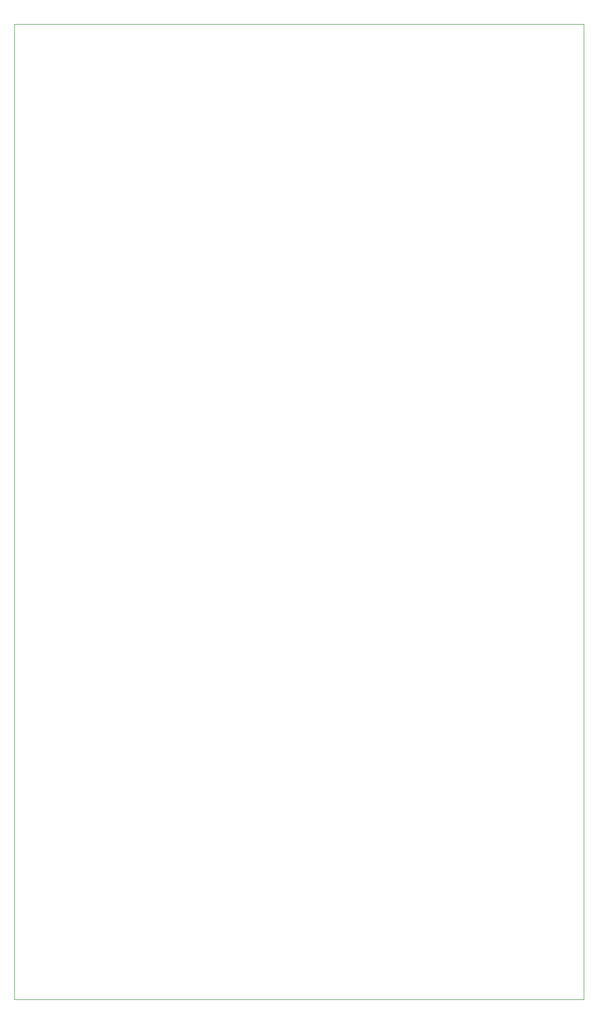
<source format=gm1>
G04 #@! TF.GenerationSoftware,KiCad,Pcbnew,(5.1.2)-1*
G04 #@! TF.CreationDate,2020-06-25T14:26:39+02:00*
G04 #@! TF.ProjectId,projet,70726f6a-6574-42e6-9b69-6361645f7063,rev?*
G04 #@! TF.SameCoordinates,Original*
G04 #@! TF.FileFunction,Profile,NP*
%FSLAX46Y46*%
G04 Gerber Fmt 4.6, Leading zero omitted, Abs format (unit mm)*
G04 Created by KiCad (PCBNEW (5.1.2)-1) date 2020-06-25 14:26:39*
%MOMM*%
%LPD*%
G04 APERTURE LIST*
%ADD10C,0.050000*%
G04 APERTURE END LIST*
D10*
X52488000Y-189484000D02*
X52488000Y-21784000D01*
X150488000Y-189484000D02*
X52488000Y-189484000D01*
X150488000Y-21784000D02*
X150488000Y-189484000D01*
X52488000Y-21784000D02*
X150488000Y-21784000D01*
M02*

</source>
